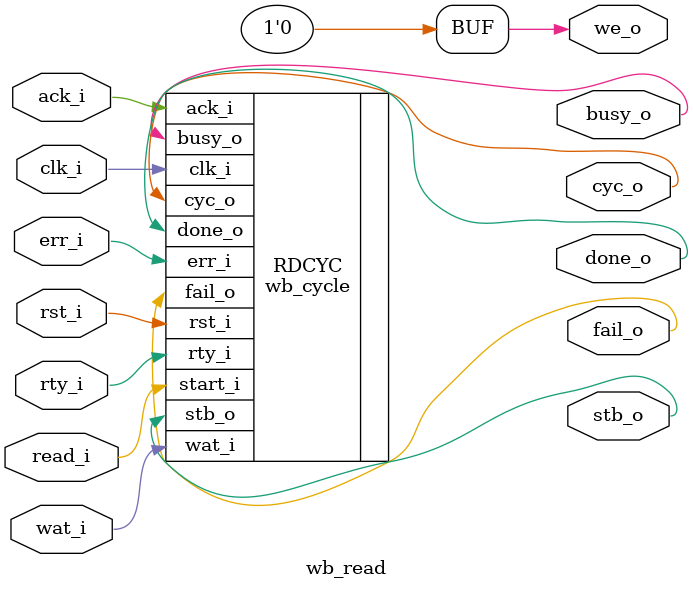
<source format=v>
`timescale 1ns/100ps
/*
 * Module      : verilog/bus/wb_read.v
 * Copyright   : (C) Tim Molteno     2016
 *             : (C) Max Scheel      2016
 *             : (C) Patrick Suggate 2016
 * License     : LGPL3
 * 
 * Maintainer  : Patrick Suggate <patrick.suggate@gmail.com>
 * Stability   : Experimental
 * Portability : only tested with Icarus Verilog
 * 
 * Generates the Wishbone, master, control address signals needed to perform
 * single READ bus transactions.
 * 
 * NOTE:
 *  + See `wb_cycle` for a description of the Wishbone parameters and modes;
 * 
 * TODO:
 * 
 * Changelog:
 *  + 26/10/2016  --  initial file;
 * 
 */

module wb_read
  #(//  Capabilities/mode parameters:
    parameter ASYNC = 1,    // Combinational control signals (0/1/2)?
    parameter PIPED = 1,    // Pipelined (WB SPEC B4) transfers (0/1)?
    parameter CHECK = 1,    // Filter spurious "chatter," and check errors?

    parameter DELAY = 3)    // Combinational simulation delay (ns)
   (
    input  clk_i,
    input  rst_i,
    output cyc_o,
    output stb_o,
    output we_o,
    input  ack_i,
    input  wat_i,
    input  rty_i,
    input  err_i,

    input  read_i,
    output busy_o,
    output done_o,
    output fail_o
    );

   assign we_o = 1'b0;


   //-------------------------------------------------------------------------
   //  Frame the bus cycle.
   //-------------------------------------------------------------------------
   wb_cycle
     #( .ASYNC(ASYNC),
        .PIPED(PIPED),
        .CHECK(CHECK),
        .DELAY(DELAY)
        ) RDCYC
       (
        .clk_i  (clk_i),
        .rst_i  (rst_i),
        .cyc_o  (cyc_o),
        .stb_o  (stb_o),
        .ack_i  (ack_i),
        .wat_i  (wat_i),
        .rty_i  (rty_i),
        .err_i  (err_i),
        .start_i(read_i),
        .busy_o (busy_o),
        .done_o (done_o),
        .fail_o (fail_o)
        );


endmodule // wb_read

</source>
